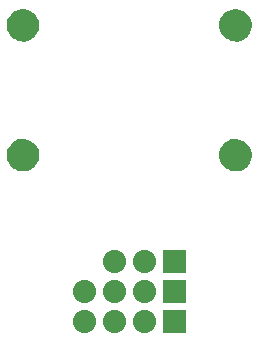
<source format=gbr>
G04 #@! TF.FileFunction,Soldermask,Bot*
%FSLAX46Y46*%
G04 Gerber Fmt 4.6, Leading zero omitted, Abs format (unit mm)*
G04 Created by KiCad (PCBNEW 4.0.7) date Thursday, June 14, 2018 'PMt' 12:28:10 PM*
%MOMM*%
%LPD*%
G01*
G04 APERTURE LIST*
%ADD10C,0.100000*%
G04 APERTURE END LIST*
D10*
G36*
X7386393Y-26138218D02*
X7386411Y-26138224D01*
X7386453Y-26138228D01*
X7568603Y-26194613D01*
X7736331Y-26285303D01*
X7883251Y-26406845D01*
X8003764Y-26554609D01*
X8093281Y-26722967D01*
X8148393Y-26905506D01*
X8167000Y-27095273D01*
X8167000Y-27104882D01*
X8166924Y-27115791D01*
X8166923Y-27115801D01*
X8166905Y-27118368D01*
X8145650Y-27307857D01*
X8087995Y-27489608D01*
X7996136Y-27656700D01*
X7873571Y-27802767D01*
X7724969Y-27922246D01*
X7555991Y-28010586D01*
X7373072Y-28064422D01*
X7373032Y-28064426D01*
X7373017Y-28064430D01*
X7183179Y-28081707D01*
X6993607Y-28061782D01*
X6993589Y-28061776D01*
X6993547Y-28061772D01*
X6811397Y-28005387D01*
X6643669Y-27914697D01*
X6496749Y-27793155D01*
X6376236Y-27645391D01*
X6286719Y-27477033D01*
X6231607Y-27294494D01*
X6213000Y-27104727D01*
X6213000Y-27095118D01*
X6213076Y-27084209D01*
X6213077Y-27084199D01*
X6213095Y-27081632D01*
X6234350Y-26892143D01*
X6292005Y-26710392D01*
X6383864Y-26543300D01*
X6506429Y-26397233D01*
X6655031Y-26277754D01*
X6824009Y-26189414D01*
X7006928Y-26135578D01*
X7006968Y-26135574D01*
X7006983Y-26135570D01*
X7196821Y-26118293D01*
X7386393Y-26138218D01*
X7386393Y-26138218D01*
G37*
G36*
X9926393Y-26138218D02*
X9926411Y-26138224D01*
X9926453Y-26138228D01*
X10108603Y-26194613D01*
X10276331Y-26285303D01*
X10423251Y-26406845D01*
X10543764Y-26554609D01*
X10633281Y-26722967D01*
X10688393Y-26905506D01*
X10707000Y-27095273D01*
X10707000Y-27104882D01*
X10706924Y-27115791D01*
X10706923Y-27115801D01*
X10706905Y-27118368D01*
X10685650Y-27307857D01*
X10627995Y-27489608D01*
X10536136Y-27656700D01*
X10413571Y-27802767D01*
X10264969Y-27922246D01*
X10095991Y-28010586D01*
X9913072Y-28064422D01*
X9913032Y-28064426D01*
X9913017Y-28064430D01*
X9723179Y-28081707D01*
X9533607Y-28061782D01*
X9533589Y-28061776D01*
X9533547Y-28061772D01*
X9351397Y-28005387D01*
X9183669Y-27914697D01*
X9036749Y-27793155D01*
X8916236Y-27645391D01*
X8826719Y-27477033D01*
X8771607Y-27294494D01*
X8753000Y-27104727D01*
X8753000Y-27095118D01*
X8753076Y-27084209D01*
X8753077Y-27084199D01*
X8753095Y-27081632D01*
X8774350Y-26892143D01*
X8832005Y-26710392D01*
X8923864Y-26543300D01*
X9046429Y-26397233D01*
X9195031Y-26277754D01*
X9364009Y-26189414D01*
X9546928Y-26135578D01*
X9546968Y-26135574D01*
X9546983Y-26135570D01*
X9736821Y-26118293D01*
X9926393Y-26138218D01*
X9926393Y-26138218D01*
G37*
G36*
X12466393Y-26138218D02*
X12466411Y-26138224D01*
X12466453Y-26138228D01*
X12648603Y-26194613D01*
X12816331Y-26285303D01*
X12963251Y-26406845D01*
X13083764Y-26554609D01*
X13173281Y-26722967D01*
X13228393Y-26905506D01*
X13247000Y-27095273D01*
X13247000Y-27104882D01*
X13246924Y-27115791D01*
X13246923Y-27115801D01*
X13246905Y-27118368D01*
X13225650Y-27307857D01*
X13167995Y-27489608D01*
X13076136Y-27656700D01*
X12953571Y-27802767D01*
X12804969Y-27922246D01*
X12635991Y-28010586D01*
X12453072Y-28064422D01*
X12453032Y-28064426D01*
X12453017Y-28064430D01*
X12263179Y-28081707D01*
X12073607Y-28061782D01*
X12073589Y-28061776D01*
X12073547Y-28061772D01*
X11891397Y-28005387D01*
X11723669Y-27914697D01*
X11576749Y-27793155D01*
X11456236Y-27645391D01*
X11366719Y-27477033D01*
X11311607Y-27294494D01*
X11293000Y-27104727D01*
X11293000Y-27095118D01*
X11293076Y-27084209D01*
X11293077Y-27084199D01*
X11293095Y-27081632D01*
X11314350Y-26892143D01*
X11372005Y-26710392D01*
X11463864Y-26543300D01*
X11586429Y-26397233D01*
X11735031Y-26277754D01*
X11904009Y-26189414D01*
X12086928Y-26135578D01*
X12086968Y-26135574D01*
X12086983Y-26135570D01*
X12276821Y-26118293D01*
X12466393Y-26138218D01*
X12466393Y-26138218D01*
G37*
G36*
X15787000Y-28077000D02*
X13833000Y-28077000D01*
X13833000Y-26123000D01*
X15787000Y-26123000D01*
X15787000Y-28077000D01*
X15787000Y-28077000D01*
G37*
G36*
X12466393Y-23598218D02*
X12466411Y-23598224D01*
X12466453Y-23598228D01*
X12648603Y-23654613D01*
X12816331Y-23745303D01*
X12963251Y-23866845D01*
X13083764Y-24014609D01*
X13173281Y-24182967D01*
X13228393Y-24365506D01*
X13247000Y-24555273D01*
X13247000Y-24564882D01*
X13246924Y-24575791D01*
X13246923Y-24575801D01*
X13246905Y-24578368D01*
X13225650Y-24767857D01*
X13167995Y-24949608D01*
X13076136Y-25116700D01*
X12953571Y-25262767D01*
X12804969Y-25382246D01*
X12635991Y-25470586D01*
X12453072Y-25524422D01*
X12453032Y-25524426D01*
X12453017Y-25524430D01*
X12263179Y-25541707D01*
X12073607Y-25521782D01*
X12073589Y-25521776D01*
X12073547Y-25521772D01*
X11891397Y-25465387D01*
X11723669Y-25374697D01*
X11576749Y-25253155D01*
X11456236Y-25105391D01*
X11366719Y-24937033D01*
X11311607Y-24754494D01*
X11293000Y-24564727D01*
X11293000Y-24555118D01*
X11293076Y-24544209D01*
X11293077Y-24544199D01*
X11293095Y-24541632D01*
X11314350Y-24352143D01*
X11372005Y-24170392D01*
X11463864Y-24003300D01*
X11586429Y-23857233D01*
X11735031Y-23737754D01*
X11904009Y-23649414D01*
X12086928Y-23595578D01*
X12086968Y-23595574D01*
X12086983Y-23595570D01*
X12276821Y-23578293D01*
X12466393Y-23598218D01*
X12466393Y-23598218D01*
G37*
G36*
X9926393Y-23598218D02*
X9926411Y-23598224D01*
X9926453Y-23598228D01*
X10108603Y-23654613D01*
X10276331Y-23745303D01*
X10423251Y-23866845D01*
X10543764Y-24014609D01*
X10633281Y-24182967D01*
X10688393Y-24365506D01*
X10707000Y-24555273D01*
X10707000Y-24564882D01*
X10706924Y-24575791D01*
X10706923Y-24575801D01*
X10706905Y-24578368D01*
X10685650Y-24767857D01*
X10627995Y-24949608D01*
X10536136Y-25116700D01*
X10413571Y-25262767D01*
X10264969Y-25382246D01*
X10095991Y-25470586D01*
X9913072Y-25524422D01*
X9913032Y-25524426D01*
X9913017Y-25524430D01*
X9723179Y-25541707D01*
X9533607Y-25521782D01*
X9533589Y-25521776D01*
X9533547Y-25521772D01*
X9351397Y-25465387D01*
X9183669Y-25374697D01*
X9036749Y-25253155D01*
X8916236Y-25105391D01*
X8826719Y-24937033D01*
X8771607Y-24754494D01*
X8753000Y-24564727D01*
X8753000Y-24555118D01*
X8753076Y-24544209D01*
X8753077Y-24544199D01*
X8753095Y-24541632D01*
X8774350Y-24352143D01*
X8832005Y-24170392D01*
X8923864Y-24003300D01*
X9046429Y-23857233D01*
X9195031Y-23737754D01*
X9364009Y-23649414D01*
X9546928Y-23595578D01*
X9546968Y-23595574D01*
X9546983Y-23595570D01*
X9736821Y-23578293D01*
X9926393Y-23598218D01*
X9926393Y-23598218D01*
G37*
G36*
X7386393Y-23598218D02*
X7386411Y-23598224D01*
X7386453Y-23598228D01*
X7568603Y-23654613D01*
X7736331Y-23745303D01*
X7883251Y-23866845D01*
X8003764Y-24014609D01*
X8093281Y-24182967D01*
X8148393Y-24365506D01*
X8167000Y-24555273D01*
X8167000Y-24564882D01*
X8166924Y-24575791D01*
X8166923Y-24575801D01*
X8166905Y-24578368D01*
X8145650Y-24767857D01*
X8087995Y-24949608D01*
X7996136Y-25116700D01*
X7873571Y-25262767D01*
X7724969Y-25382246D01*
X7555991Y-25470586D01*
X7373072Y-25524422D01*
X7373032Y-25524426D01*
X7373017Y-25524430D01*
X7183179Y-25541707D01*
X6993607Y-25521782D01*
X6993589Y-25521776D01*
X6993547Y-25521772D01*
X6811397Y-25465387D01*
X6643669Y-25374697D01*
X6496749Y-25253155D01*
X6376236Y-25105391D01*
X6286719Y-24937033D01*
X6231607Y-24754494D01*
X6213000Y-24564727D01*
X6213000Y-24555118D01*
X6213076Y-24544209D01*
X6213077Y-24544199D01*
X6213095Y-24541632D01*
X6234350Y-24352143D01*
X6292005Y-24170392D01*
X6383864Y-24003300D01*
X6506429Y-23857233D01*
X6655031Y-23737754D01*
X6824009Y-23649414D01*
X7006928Y-23595578D01*
X7006968Y-23595574D01*
X7006983Y-23595570D01*
X7196821Y-23578293D01*
X7386393Y-23598218D01*
X7386393Y-23598218D01*
G37*
G36*
X15787000Y-25537000D02*
X13833000Y-25537000D01*
X13833000Y-23583000D01*
X15787000Y-23583000D01*
X15787000Y-25537000D01*
X15787000Y-25537000D01*
G37*
G36*
X9926393Y-21058218D02*
X9926411Y-21058224D01*
X9926453Y-21058228D01*
X10108603Y-21114613D01*
X10276331Y-21205303D01*
X10423251Y-21326845D01*
X10543764Y-21474609D01*
X10633281Y-21642967D01*
X10688393Y-21825506D01*
X10707000Y-22015273D01*
X10707000Y-22024882D01*
X10706924Y-22035791D01*
X10706923Y-22035801D01*
X10706905Y-22038368D01*
X10685650Y-22227857D01*
X10627995Y-22409608D01*
X10536136Y-22576700D01*
X10413571Y-22722767D01*
X10264969Y-22842246D01*
X10095991Y-22930586D01*
X9913072Y-22984422D01*
X9913032Y-22984426D01*
X9913017Y-22984430D01*
X9723179Y-23001707D01*
X9533607Y-22981782D01*
X9533589Y-22981776D01*
X9533547Y-22981772D01*
X9351397Y-22925387D01*
X9183669Y-22834697D01*
X9036749Y-22713155D01*
X8916236Y-22565391D01*
X8826719Y-22397033D01*
X8771607Y-22214494D01*
X8753000Y-22024727D01*
X8753000Y-22015118D01*
X8753076Y-22004209D01*
X8753077Y-22004199D01*
X8753095Y-22001632D01*
X8774350Y-21812143D01*
X8832005Y-21630392D01*
X8923864Y-21463300D01*
X9046429Y-21317233D01*
X9195031Y-21197754D01*
X9364009Y-21109414D01*
X9546928Y-21055578D01*
X9546968Y-21055574D01*
X9546983Y-21055570D01*
X9736821Y-21038293D01*
X9926393Y-21058218D01*
X9926393Y-21058218D01*
G37*
G36*
X12466393Y-21058218D02*
X12466411Y-21058224D01*
X12466453Y-21058228D01*
X12648603Y-21114613D01*
X12816331Y-21205303D01*
X12963251Y-21326845D01*
X13083764Y-21474609D01*
X13173281Y-21642967D01*
X13228393Y-21825506D01*
X13247000Y-22015273D01*
X13247000Y-22024882D01*
X13246924Y-22035791D01*
X13246923Y-22035801D01*
X13246905Y-22038368D01*
X13225650Y-22227857D01*
X13167995Y-22409608D01*
X13076136Y-22576700D01*
X12953571Y-22722767D01*
X12804969Y-22842246D01*
X12635991Y-22930586D01*
X12453072Y-22984422D01*
X12453032Y-22984426D01*
X12453017Y-22984430D01*
X12263179Y-23001707D01*
X12073607Y-22981782D01*
X12073589Y-22981776D01*
X12073547Y-22981772D01*
X11891397Y-22925387D01*
X11723669Y-22834697D01*
X11576749Y-22713155D01*
X11456236Y-22565391D01*
X11366719Y-22397033D01*
X11311607Y-22214494D01*
X11293000Y-22024727D01*
X11293000Y-22015118D01*
X11293076Y-22004209D01*
X11293077Y-22004199D01*
X11293095Y-22001632D01*
X11314350Y-21812143D01*
X11372005Y-21630392D01*
X11463864Y-21463300D01*
X11586429Y-21317233D01*
X11735031Y-21197754D01*
X11904009Y-21109414D01*
X12086928Y-21055578D01*
X12086968Y-21055574D01*
X12086983Y-21055570D01*
X12276821Y-21038293D01*
X12466393Y-21058218D01*
X12466393Y-21058218D01*
G37*
G36*
X15787000Y-22997000D02*
X13833000Y-22997000D01*
X13833000Y-21043000D01*
X15787000Y-21043000D01*
X15787000Y-22997000D01*
X15787000Y-22997000D01*
G37*
G36*
X20144631Y-11623914D02*
X20409163Y-11678214D01*
X20658102Y-11782859D01*
X20881982Y-11933868D01*
X21072266Y-12125486D01*
X21221702Y-12350404D01*
X21324609Y-12600076D01*
X21376975Y-12864540D01*
X21376975Y-12864553D01*
X21377059Y-12864978D01*
X21372752Y-13173419D01*
X21372655Y-13173845D01*
X21372655Y-13173857D01*
X21312927Y-13436753D01*
X21203090Y-13683450D01*
X21047429Y-13904115D01*
X20851870Y-14090343D01*
X20623865Y-14235039D01*
X20372092Y-14332696D01*
X20106154Y-14379588D01*
X19836171Y-14373932D01*
X19572421Y-14315943D01*
X19324965Y-14207833D01*
X19103220Y-14053715D01*
X18915631Y-13859462D01*
X18769345Y-13632471D01*
X18669936Y-13381390D01*
X18621187Y-13115782D01*
X18624958Y-12845761D01*
X18681102Y-12581623D01*
X18787484Y-12333415D01*
X18940050Y-12110598D01*
X19132990Y-11921657D01*
X19358954Y-11773790D01*
X19609335Y-11672630D01*
X19874596Y-11622028D01*
X20144631Y-11623914D01*
X20144631Y-11623914D01*
G37*
G36*
X2144631Y-11623914D02*
X2409163Y-11678214D01*
X2658102Y-11782859D01*
X2881982Y-11933868D01*
X3072266Y-12125486D01*
X3221702Y-12350404D01*
X3324609Y-12600076D01*
X3376975Y-12864540D01*
X3376975Y-12864553D01*
X3377059Y-12864978D01*
X3372752Y-13173419D01*
X3372655Y-13173845D01*
X3372655Y-13173857D01*
X3312927Y-13436753D01*
X3203090Y-13683450D01*
X3047429Y-13904115D01*
X2851870Y-14090343D01*
X2623865Y-14235039D01*
X2372092Y-14332696D01*
X2106154Y-14379588D01*
X1836171Y-14373932D01*
X1572421Y-14315943D01*
X1324965Y-14207833D01*
X1103220Y-14053715D01*
X915631Y-13859462D01*
X769345Y-13632471D01*
X669936Y-13381390D01*
X621187Y-13115782D01*
X624958Y-12845761D01*
X681102Y-12581623D01*
X787484Y-12333415D01*
X940050Y-12110598D01*
X1132990Y-11921657D01*
X1358954Y-11773790D01*
X1609335Y-11672630D01*
X1874596Y-11622028D01*
X2144631Y-11623914D01*
X2144631Y-11623914D01*
G37*
G36*
X20144631Y-623914D02*
X20409163Y-678214D01*
X20658102Y-782859D01*
X20881982Y-933868D01*
X21072266Y-1125486D01*
X21221702Y-1350404D01*
X21324609Y-1600076D01*
X21376975Y-1864540D01*
X21376975Y-1864553D01*
X21377059Y-1864978D01*
X21372752Y-2173419D01*
X21372655Y-2173845D01*
X21372655Y-2173857D01*
X21312927Y-2436753D01*
X21203090Y-2683450D01*
X21047429Y-2904115D01*
X20851870Y-3090343D01*
X20623865Y-3235039D01*
X20372092Y-3332696D01*
X20106154Y-3379588D01*
X19836171Y-3373932D01*
X19572421Y-3315943D01*
X19324965Y-3207833D01*
X19103220Y-3053715D01*
X18915631Y-2859462D01*
X18769345Y-2632471D01*
X18669936Y-2381390D01*
X18621187Y-2115782D01*
X18624958Y-1845761D01*
X18681102Y-1581623D01*
X18787484Y-1333415D01*
X18940050Y-1110598D01*
X19132990Y-921657D01*
X19358954Y-773790D01*
X19609335Y-672630D01*
X19874596Y-622028D01*
X20144631Y-623914D01*
X20144631Y-623914D01*
G37*
G36*
X2144631Y-623914D02*
X2409163Y-678214D01*
X2658102Y-782859D01*
X2881982Y-933868D01*
X3072266Y-1125486D01*
X3221702Y-1350404D01*
X3324609Y-1600076D01*
X3376975Y-1864540D01*
X3376975Y-1864553D01*
X3377059Y-1864978D01*
X3372752Y-2173419D01*
X3372655Y-2173845D01*
X3372655Y-2173857D01*
X3312927Y-2436753D01*
X3203090Y-2683450D01*
X3047429Y-2904115D01*
X2851870Y-3090343D01*
X2623865Y-3235039D01*
X2372092Y-3332696D01*
X2106154Y-3379588D01*
X1836171Y-3373932D01*
X1572421Y-3315943D01*
X1324965Y-3207833D01*
X1103220Y-3053715D01*
X915631Y-2859462D01*
X769345Y-2632471D01*
X669936Y-2381390D01*
X621187Y-2115782D01*
X624958Y-1845761D01*
X681102Y-1581623D01*
X787484Y-1333415D01*
X940050Y-1110598D01*
X1132990Y-921657D01*
X1358954Y-773790D01*
X1609335Y-672630D01*
X1874596Y-622028D01*
X2144631Y-623914D01*
X2144631Y-623914D01*
G37*
M02*

</source>
